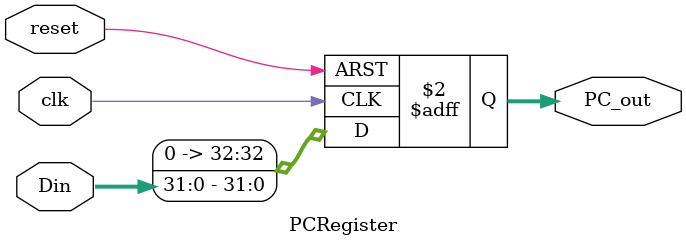
<source format=v>
`timescale 1ns / 1ps


module PCRegister(
    input clk,reset,
    input [31:0] Din,
    output reg [32:0] PC_out
    );
    
    always@(posedge clk, posedge reset)
        if(reset)
            PC_out <= 32'b0;
        else 
            PC_out <= Din;
endmodule

</source>
